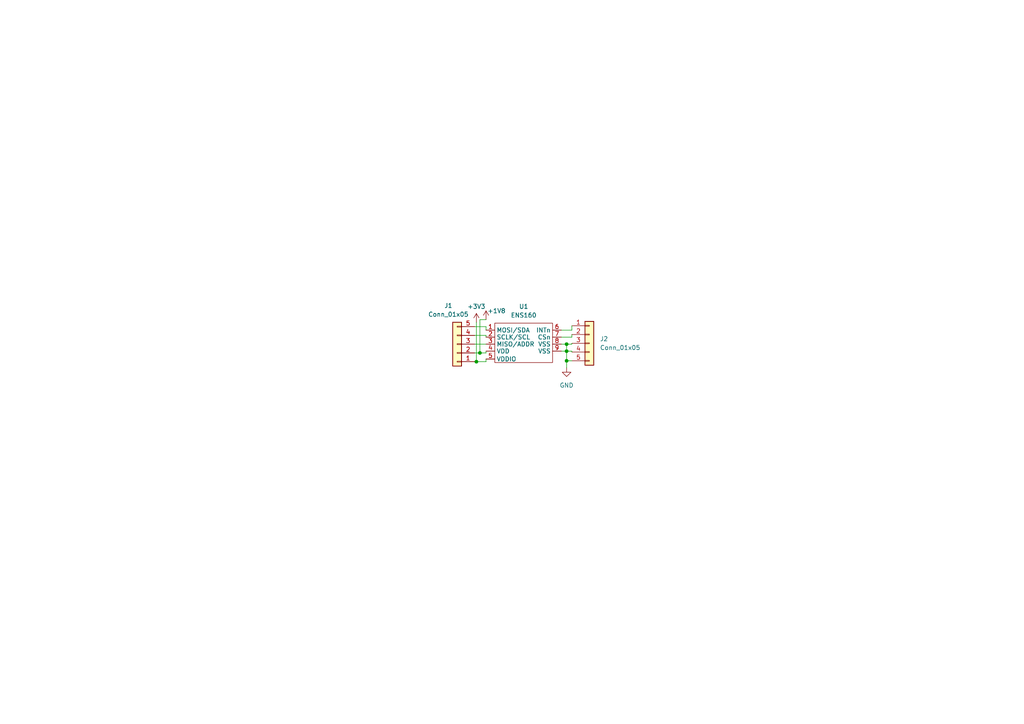
<source format=kicad_sch>
(kicad_sch (version 20211123) (generator eeschema)
  (paper "A4")
  (lib_symbols
    (symbol "Connector_Generic:Conn_01x05" (pin_names (offset 1.016) hide)
      (property "Reference" "J" (at 0 7.62 0))
      (property "Value" "Conn_01x05" (at 0 -7.62 0))
      (symbol "Conn_01x05_1_1"
        (rectangle (start -1.27 -4.953) (end 0 -5.207) (stroke (width 0.1524)))
        (rectangle (start -1.27 -2.413) (end 0 -2.667) (stroke (width 0.1524)))
        (rectangle (start -1.27 0.127) (end 0 -0.127) (stroke (width 0.1524)))
        (rectangle (start -1.27 2.667) (end 0 2.413) (stroke (width 0.1524)))
        (rectangle (start -1.27 5.207) (end 0 4.953) (stroke (width 0.1524)))
        (rectangle (start -1.27 6.35) (end 1.27 -6.35) (stroke (width 0.254)) (fill (type background)))
        (pin passive line (at -5.08 5.08 0) (length 3.81) (name "Pin_1") (number "1"))
        (pin passive line (at -5.08 2.54 0) (length 3.81) (name "Pin_2") (number "2"))
        (pin passive line (at -5.08 0 0) (length 3.81) (name "Pin_3") (number "3"))
        (pin passive line (at -5.08 -2.54 0) (length 3.81) (name "Pin_4") (number "4"))
        (pin passive line (at -5.08 -5.08 0) (length 3.81) (name "Pin_5") (number "5"))
      )
    )
    (symbol "SensorDesign:ENS160"
      (property "Reference" "U" (at 4.572 3.302 0))
      (property "Value" "ENS160" (at 4.572 1.524 0))
      (symbol "ENS160_0_1"
        (rectangle (start -3.556 0) (end 13.208 -11.43))
      )
      (symbol "ENS160_1_1"
        (pin bidirectional line (at -6.096 -2.032 0) (length 2.54) (name "MOSI/SDA") (number "1"))
        (pin input line (at -6.096 -4.064 0) (length 2.54) (name "SCLK/SCL") (number "2"))
        (pin bidirectional line (at -6.096 -6.096 0) (length 2.54) (name "MISO/ADDR") (number "3"))
        (pin power_in line (at -6.096 -8.128 0) (length 2.54) (name "VDD") (number "4"))
        (pin power_in line (at -6.096 -10.414 0) (length 2.54) (name "VDDIO") (number "5"))
        (pin output line (at 15.748 -2.032 180) (length 2.54) (name "INTn") (number "6"))
        (pin input line (at 15.748 -4.064 180) (length 2.54) (name "CSn") (number "7"))
        (pin power_in line (at 15.748 -6.096 180) (length 2.54) (name "VSS") (number "8"))
        (pin power_in line (at 15.748 -8.128 180) (length 2.54) (name "VSS") (number "9"))
      )
    )
    (symbol "power:+1V8" (power) (pin_names (offset 0))
      (property "Value" "+1V8" (at 0 3.556 0))
      (symbol "+1V8_0_1"
        (polyline (pts (xy -0.762 1.27) (xy 0 2.54)))
        (polyline (pts (xy 0 0) (xy 0 2.54)))
        (polyline (pts (xy 0 2.54) (xy 0.762 1.27)))
      )
      (symbol "+1V8_1_1"
        (pin power_in line (at 0 0 90) (length 0) hide (name "+1V8") (number "1"))
      )
    )
    (symbol "power:+3.3V" (power) (pin_names (offset 0))
      (property "Value" "+3.3V" (at 0 3.556 0))
      (symbol "+3.3V_0_1"
        (polyline (pts (xy -0.762 1.27) (xy 0 2.54)))
        (polyline (pts (xy 0 0) (xy 0 2.54)))
        (polyline (pts (xy 0 2.54) (xy 0.762 1.27)))
      )
      (symbol "+3.3V_1_1"
        (pin power_in line (at 0 0 90) (length 0) hide (name "+3V3") (number "1"))
      )
    )
    (symbol "power:GND" (power) (pin_names (offset 0))
      (property "Value" "GND" (at 0 -3.81 0))
      (symbol "GND_0_1"
        (polyline (pts (xy 0 0) (xy 0 -1.27) (xy 1.27 -1.27) (xy 0 -2.54) (xy -1.27 -1.27) (xy 0 -1.27)))
      )
      (symbol "GND_1_1"
        (pin power_in line (at 0 0 270) (length 0) hide (name "GND") (number "1"))
      )
    )
  )
  (junction (at 139.192 102.362))
  (junction (at 138.176 104.902))
  (junction (at 164.338 104.648))
  (junction (at 164.338 99.822))
  (junction (at 164.338 101.854))
  (wire (pts (xy 139.192 92.71) (xy 140.97 92.71)))
  (wire (pts (xy 162.814 101.854) (xy 164.338 101.854)))
  (wire (pts (xy 140.97 102.362) (xy 140.97 101.854)))
  (wire (pts (xy 164.338 104.648) (xy 164.338 106.68)))
  (wire (pts (xy 140.97 104.902) (xy 140.97 104.14)))
  (wire (pts (xy 164.338 99.822) (xy 164.338 101.854)))
  (wire (pts (xy 140.97 94.742) (xy 137.668 94.742)))
  (wire (pts (xy 137.668 99.822) (xy 140.97 99.822)))
  (wire (pts (xy 162.814 95.758) (xy 165.862 95.758)))
  (wire (pts (xy 138.176 104.902) (xy 140.97 104.902)))
  (wire (pts (xy 140.97 95.758) (xy 140.97 94.742)))
  (wire (pts (xy 137.668 102.362) (xy 139.192 102.362)))
  (wire (pts (xy 139.192 92.71) (xy 139.192 102.362)))
  (wire (pts (xy 164.338 99.822) (xy 165.862 99.822)))
  (wire (pts (xy 137.668 104.902) (xy 138.176 104.902)))
  (wire (pts (xy 164.338 101.854) (xy 165.862 101.854)))
  (wire (pts (xy 162.814 97.79) (xy 165.862 97.79)))
  (wire (pts (xy 165.862 97.79) (xy 165.862 97.028)))
  (wire (pts (xy 140.97 97.282) (xy 140.97 97.79)))
  (wire (pts (xy 164.338 104.648) (xy 165.862 104.648)))
  (wire (pts (xy 138.176 93.472) (xy 138.176 104.902)))
  (wire (pts (xy 165.862 95.758) (xy 165.862 94.488)))
  (wire (pts (xy 164.338 101.854) (xy 164.338 104.648)))
  (wire (pts (xy 137.668 97.282) (xy 140.97 97.282)))
  (wire (pts (xy 139.192 102.362) (xy 140.97 102.362)))
  (wire (pts (xy 162.814 99.822) (xy 164.338 99.822)))
  (wire (pts (xy 165.862 99.822) (xy 165.862 99.568)))
  (wire (pts (xy 165.862 101.854) (xy 165.862 102.108)))
  (symbol (lib_id "Connector_Generic:Conn_01x05") (at 132.588 99.822 180) (unit 1)
    (property "Reference" "J1" (at 130.048 88.646 0))
    (property "Value" "Conn_01x05" (at 130.048 91.186 0))
    (property "Footprint" "Connector_PinSocket_2.54mm:PinSocket_1x05_P2.54mm_Vertical" (effects hide))
  )
  (symbol (lib_id "SensorDesign:ENS160") (at 147.066 93.726 0) (unit 1)
    (property "Reference" "U1" (at 151.892 88.9 0))
    (property "Value" "ENS160" (at 151.892 91.44 0))
    (property "Footprint" "SensorDesign:ENS160" (effects hide))
  )
  (symbol (lib_id "Connector_Generic:Conn_01x05") (at 170.942 99.568 0) (unit 1)
    (property "Reference" "J2" (at 173.99 98.2979 0) (effects (justify left)))
    (property "Value" "Conn_01x05" (at 173.99 100.8379 0) (effects (justify left)))
    (property "Footprint" "Connector_PinSocket_2.54mm:PinSocket_1x05_P2.54mm_Vertical" (effects hide))
  )
  (symbol (lib_id "power:GND") (at 164.338 106.68 0) (unit 1)
    (property "Reference" "#PWR0102" (effects hide))
    (property "Value" "GND" (at 164.338 111.76 0))
  )
  (symbol (lib_id "power:+3.3V") (at 138.176 93.472 0) (unit 1)
    (property "Reference" "#PWR0101" (effects hide))
    (property "Value" "+3.3V" (at 138.176 88.9 0))
  )
  (symbol (lib_id "power:+1V8") (at 140.97 92.71 0) (unit 1)
    (property "Reference" "#PWR0103" (effects hide))
    (property "Value" "+1V8" (at 144.018 90.17 0))
  )
)
</source>
